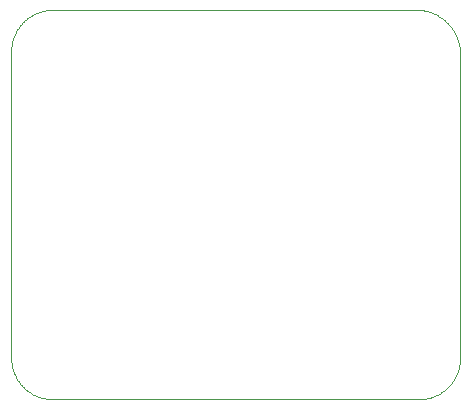
<source format=gbo>
G75*
%MOIN*%
%OFA0B0*%
%FSLAX25Y25*%
%IPPOS*%
%LPD*%
%AMOC8*
5,1,8,0,0,1.08239X$1,22.5*
%
%ADD10C,0.00000*%
D10*
X0026276Y0010843D02*
X0148323Y0010843D01*
X0148323Y0010842D02*
X0148656Y0010846D01*
X0148989Y0010858D01*
X0149321Y0010878D01*
X0149653Y0010906D01*
X0149984Y0010942D01*
X0150314Y0010987D01*
X0150643Y0011039D01*
X0150971Y0011099D01*
X0151297Y0011167D01*
X0151621Y0011242D01*
X0151943Y0011326D01*
X0152263Y0011417D01*
X0152581Y0011516D01*
X0152897Y0011623D01*
X0153209Y0011737D01*
X0153519Y0011859D01*
X0153826Y0011989D01*
X0154130Y0012125D01*
X0154430Y0012269D01*
X0154727Y0012420D01*
X0155020Y0012579D01*
X0155309Y0012744D01*
X0155594Y0012916D01*
X0155875Y0013095D01*
X0156151Y0013281D01*
X0156423Y0013474D01*
X0156690Y0013673D01*
X0156952Y0013878D01*
X0157209Y0014090D01*
X0157461Y0014308D01*
X0157707Y0014531D01*
X0157948Y0014761D01*
X0158184Y0014997D01*
X0158414Y0015238D01*
X0158637Y0015484D01*
X0158855Y0015736D01*
X0159067Y0015993D01*
X0159272Y0016255D01*
X0159471Y0016522D01*
X0159664Y0016794D01*
X0159850Y0017070D01*
X0160029Y0017351D01*
X0160201Y0017636D01*
X0160366Y0017925D01*
X0160525Y0018218D01*
X0160676Y0018515D01*
X0160820Y0018815D01*
X0160956Y0019119D01*
X0161086Y0019426D01*
X0161208Y0019736D01*
X0161322Y0020048D01*
X0161429Y0020364D01*
X0161528Y0020682D01*
X0161619Y0021002D01*
X0161703Y0021324D01*
X0161778Y0021648D01*
X0161846Y0021974D01*
X0161906Y0022302D01*
X0161958Y0022631D01*
X0162003Y0022961D01*
X0162039Y0023292D01*
X0162067Y0023624D01*
X0162087Y0023956D01*
X0162099Y0024289D01*
X0162103Y0024622D01*
X0162102Y0024622D02*
X0162102Y0126866D01*
X0162103Y0126866D02*
X0162075Y0127223D01*
X0162038Y0127578D01*
X0161993Y0127933D01*
X0161939Y0128287D01*
X0161877Y0128639D01*
X0161806Y0128989D01*
X0161727Y0129338D01*
X0161639Y0129685D01*
X0161543Y0130029D01*
X0161439Y0130371D01*
X0161326Y0130710D01*
X0161205Y0131047D01*
X0161076Y0131381D01*
X0160940Y0131711D01*
X0160795Y0132038D01*
X0160642Y0132361D01*
X0160482Y0132681D01*
X0160314Y0132996D01*
X0160138Y0133308D01*
X0159955Y0133615D01*
X0159764Y0133917D01*
X0159566Y0134215D01*
X0159361Y0134508D01*
X0159149Y0134796D01*
X0158931Y0135079D01*
X0158705Y0135356D01*
X0158473Y0135628D01*
X0158234Y0135895D01*
X0157989Y0136155D01*
X0157737Y0136409D01*
X0157480Y0136657D01*
X0157217Y0136899D01*
X0156948Y0137135D01*
X0156673Y0137364D01*
X0156393Y0137586D01*
X0156107Y0137801D01*
X0155817Y0138010D01*
X0155521Y0138211D01*
X0155221Y0138405D01*
X0154916Y0138592D01*
X0154607Y0138771D01*
X0154293Y0138943D01*
X0153975Y0139107D01*
X0153654Y0139264D01*
X0153329Y0139412D01*
X0153000Y0139553D01*
X0152668Y0139686D01*
X0152333Y0139811D01*
X0151995Y0139927D01*
X0151654Y0140036D01*
X0151311Y0140136D01*
X0150965Y0140228D01*
X0150618Y0140311D01*
X0150268Y0140386D01*
X0149917Y0140453D01*
X0149564Y0140511D01*
X0149210Y0140560D01*
X0148854Y0140601D01*
X0148498Y0140634D01*
X0148142Y0140657D01*
X0147784Y0140672D01*
X0147427Y0140679D01*
X0147069Y0140677D01*
X0146712Y0140666D01*
X0146355Y0140646D01*
X0146354Y0140646D02*
X0026276Y0140646D01*
X0025943Y0140642D01*
X0025610Y0140630D01*
X0025278Y0140610D01*
X0024946Y0140582D01*
X0024615Y0140546D01*
X0024285Y0140501D01*
X0023956Y0140449D01*
X0023628Y0140389D01*
X0023302Y0140321D01*
X0022978Y0140246D01*
X0022656Y0140162D01*
X0022336Y0140071D01*
X0022018Y0139972D01*
X0021702Y0139865D01*
X0021390Y0139751D01*
X0021080Y0139629D01*
X0020773Y0139499D01*
X0020469Y0139363D01*
X0020169Y0139219D01*
X0019872Y0139068D01*
X0019579Y0138909D01*
X0019290Y0138744D01*
X0019005Y0138572D01*
X0018724Y0138393D01*
X0018448Y0138207D01*
X0018176Y0138014D01*
X0017909Y0137815D01*
X0017647Y0137610D01*
X0017390Y0137398D01*
X0017138Y0137180D01*
X0016892Y0136957D01*
X0016651Y0136727D01*
X0016415Y0136491D01*
X0016185Y0136250D01*
X0015962Y0136004D01*
X0015744Y0135752D01*
X0015532Y0135495D01*
X0015327Y0135233D01*
X0015128Y0134966D01*
X0014935Y0134694D01*
X0014749Y0134418D01*
X0014570Y0134137D01*
X0014398Y0133852D01*
X0014233Y0133563D01*
X0014074Y0133270D01*
X0013923Y0132973D01*
X0013779Y0132673D01*
X0013643Y0132369D01*
X0013513Y0132062D01*
X0013391Y0131752D01*
X0013277Y0131440D01*
X0013170Y0131124D01*
X0013071Y0130806D01*
X0012980Y0130486D01*
X0012896Y0130164D01*
X0012821Y0129840D01*
X0012753Y0129514D01*
X0012693Y0129186D01*
X0012641Y0128857D01*
X0012596Y0128527D01*
X0012560Y0128196D01*
X0012532Y0127864D01*
X0012512Y0127532D01*
X0012500Y0127199D01*
X0012496Y0126866D01*
X0012496Y0024622D01*
X0012500Y0024289D01*
X0012512Y0023956D01*
X0012532Y0023624D01*
X0012560Y0023292D01*
X0012596Y0022961D01*
X0012641Y0022631D01*
X0012693Y0022302D01*
X0012753Y0021974D01*
X0012821Y0021648D01*
X0012896Y0021324D01*
X0012980Y0021002D01*
X0013071Y0020682D01*
X0013170Y0020364D01*
X0013277Y0020048D01*
X0013391Y0019736D01*
X0013513Y0019426D01*
X0013643Y0019119D01*
X0013779Y0018815D01*
X0013923Y0018515D01*
X0014074Y0018218D01*
X0014233Y0017925D01*
X0014398Y0017636D01*
X0014570Y0017351D01*
X0014749Y0017070D01*
X0014935Y0016794D01*
X0015128Y0016522D01*
X0015327Y0016255D01*
X0015532Y0015993D01*
X0015744Y0015736D01*
X0015962Y0015484D01*
X0016185Y0015238D01*
X0016415Y0014997D01*
X0016651Y0014761D01*
X0016892Y0014531D01*
X0017138Y0014308D01*
X0017390Y0014090D01*
X0017647Y0013878D01*
X0017909Y0013673D01*
X0018176Y0013474D01*
X0018448Y0013281D01*
X0018724Y0013095D01*
X0019005Y0012916D01*
X0019290Y0012744D01*
X0019579Y0012579D01*
X0019872Y0012420D01*
X0020169Y0012269D01*
X0020469Y0012125D01*
X0020773Y0011989D01*
X0021080Y0011859D01*
X0021390Y0011737D01*
X0021702Y0011623D01*
X0022018Y0011516D01*
X0022336Y0011417D01*
X0022656Y0011326D01*
X0022978Y0011242D01*
X0023302Y0011167D01*
X0023628Y0011099D01*
X0023956Y0011039D01*
X0024285Y0010987D01*
X0024615Y0010942D01*
X0024946Y0010906D01*
X0025278Y0010878D01*
X0025610Y0010858D01*
X0025943Y0010846D01*
X0026276Y0010842D01*
M02*

</source>
